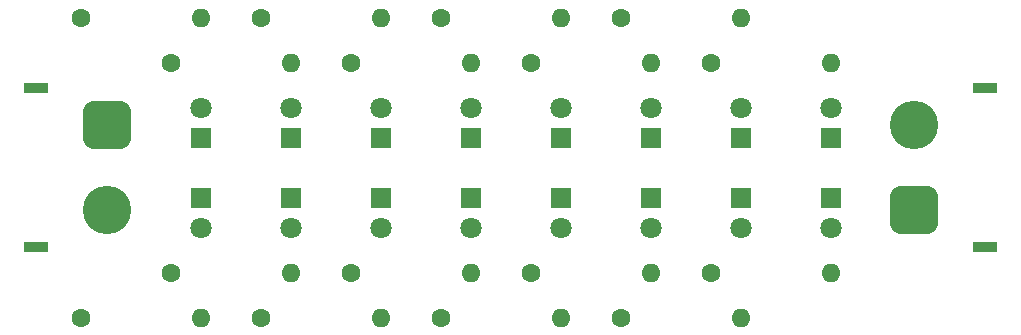
<source format=gbr>
%TF.GenerationSoftware,KiCad,Pcbnew,8.0.0*%
%TF.CreationDate,2024-03-26T18:15:11+09:00*%
%TF.ProjectId,led-board,6c65642d-626f-4617-9264-2e6b69636164,rev?*%
%TF.SameCoordinates,Original*%
%TF.FileFunction,Soldermask,Bot*%
%TF.FilePolarity,Negative*%
%FSLAX46Y46*%
G04 Gerber Fmt 4.6, Leading zero omitted, Abs format (unit mm)*
G04 Created by KiCad (PCBNEW 8.0.0) date 2024-03-26 18:15:11*
%MOMM*%
%LPD*%
G01*
G04 APERTURE LIST*
G04 Aperture macros list*
%AMRoundRect*
0 Rectangle with rounded corners*
0 $1 Rounding radius*
0 $2 $3 $4 $5 $6 $7 $8 $9 X,Y pos of 4 corners*
0 Add a 4 corners polygon primitive as box body*
4,1,4,$2,$3,$4,$5,$6,$7,$8,$9,$2,$3,0*
0 Add four circle primitives for the rounded corners*
1,1,$1+$1,$2,$3*
1,1,$1+$1,$4,$5*
1,1,$1+$1,$6,$7*
1,1,$1+$1,$8,$9*
0 Add four rect primitives between the rounded corners*
20,1,$1+$1,$2,$3,$4,$5,0*
20,1,$1+$1,$4,$5,$6,$7,0*
20,1,$1+$1,$6,$7,$8,$9,0*
20,1,$1+$1,$8,$9,$2,$3,0*%
G04 Aperture macros list end*
%ADD10C,1.600000*%
%ADD11O,1.600000X1.600000*%
%ADD12R,1.800000X1.800000*%
%ADD13C,1.800000*%
%ADD14R,2.000000X0.900000*%
%ADD15RoundRect,1.025000X1.025000X-1.025000X1.025000X1.025000X-1.025000X1.025000X-1.025000X-1.025000X0*%
%ADD16C,4.100000*%
%ADD17RoundRect,1.025000X-1.025000X1.025000X-1.025000X-1.025000X1.025000X-1.025000X1.025000X1.025000X0*%
G04 APERTURE END LIST*
D10*
%TO.C,R15*%
X139700000Y-91440000D03*
D11*
X149860000Y-91440000D03*
%TD*%
D12*
%TO.C,D5*%
X157480000Y-76210000D03*
D13*
X157480000Y-73670000D03*
%TD*%
D12*
%TO.C,D16*%
X157480000Y-81280000D03*
D13*
X157480000Y-83820000D03*
%TD*%
D10*
%TO.C,R16*%
X147320000Y-87630000D03*
D11*
X157480000Y-87630000D03*
%TD*%
D12*
%TO.C,D2*%
X180340000Y-76210000D03*
D13*
X180340000Y-73670000D03*
%TD*%
D10*
%TO.C,R12*%
X154940000Y-91440000D03*
D11*
X165100000Y-91440000D03*
%TD*%
D10*
%TO.C,R7*%
X132080000Y-69850000D03*
D11*
X142240000Y-69850000D03*
%TD*%
D14*
%TO.C,J1*%
X120665000Y-85490000D03*
X120665000Y-71990000D03*
D15*
X126665000Y-75140000D03*
D16*
X126665000Y-82340000D03*
%TD*%
D12*
%TO.C,D11*%
X172720000Y-81280000D03*
D13*
X172720000Y-83820000D03*
%TD*%
D12*
%TO.C,D15*%
X149860000Y-81280000D03*
D13*
X149860000Y-83820000D03*
%TD*%
D10*
%TO.C,R2*%
X170180000Y-66040000D03*
D11*
X180340000Y-66040000D03*
%TD*%
D10*
%TO.C,R13*%
X124460000Y-91440000D03*
D11*
X134620000Y-91440000D03*
%TD*%
D12*
%TO.C,D7*%
X142240000Y-76210000D03*
D13*
X142240000Y-73670000D03*
%TD*%
D12*
%TO.C,D6*%
X149860000Y-76210000D03*
D13*
X149860000Y-73670000D03*
%TD*%
D10*
%TO.C,R11*%
X162560000Y-87630000D03*
D11*
X172720000Y-87630000D03*
%TD*%
D10*
%TO.C,R14*%
X132080000Y-87630000D03*
D11*
X142240000Y-87630000D03*
%TD*%
D10*
%TO.C,R1*%
X177800000Y-69850000D03*
D11*
X187960000Y-69850000D03*
%TD*%
D12*
%TO.C,D3*%
X172720000Y-76210000D03*
D13*
X172720000Y-73670000D03*
%TD*%
D12*
%TO.C,D13*%
X134620000Y-81280000D03*
D13*
X134620000Y-83820000D03*
%TD*%
D10*
%TO.C,R8*%
X124460000Y-66040000D03*
D11*
X134620000Y-66040000D03*
%TD*%
D12*
%TO.C,D12*%
X165100000Y-81280000D03*
D13*
X165100000Y-83820000D03*
%TD*%
D12*
%TO.C,D8*%
X134620000Y-76210000D03*
D13*
X134620000Y-73670000D03*
%TD*%
D14*
%TO.C,J2*%
X201026000Y-71990000D03*
X201026000Y-85490000D03*
D17*
X195026000Y-82340000D03*
D16*
X195026000Y-75140000D03*
%TD*%
D12*
%TO.C,D9*%
X187960000Y-81280000D03*
D13*
X187960000Y-83820000D03*
%TD*%
D12*
%TO.C,D14*%
X142240000Y-81280000D03*
D13*
X142240000Y-83820000D03*
%TD*%
D10*
%TO.C,R9*%
X177800000Y-87630000D03*
D11*
X187960000Y-87630000D03*
%TD*%
D10*
%TO.C,R10*%
X170180000Y-91440000D03*
D11*
X180340000Y-91440000D03*
%TD*%
D10*
%TO.C,R3*%
X162560000Y-69850000D03*
D11*
X172720000Y-69850000D03*
%TD*%
D12*
%TO.C,D1*%
X187960000Y-76210000D03*
D13*
X187960000Y-73670000D03*
%TD*%
D12*
%TO.C,D10*%
X180340000Y-81280000D03*
D13*
X180340000Y-83820000D03*
%TD*%
D10*
%TO.C,R5*%
X147320000Y-69850000D03*
D11*
X157480000Y-69850000D03*
%TD*%
D12*
%TO.C,D4*%
X165100000Y-76210000D03*
D13*
X165100000Y-73670000D03*
%TD*%
D10*
%TO.C,R4*%
X154940000Y-66040000D03*
D11*
X165100000Y-66040000D03*
%TD*%
D10*
%TO.C,R6*%
X139700000Y-66040000D03*
D11*
X149860000Y-66040000D03*
%TD*%
M02*

</source>
